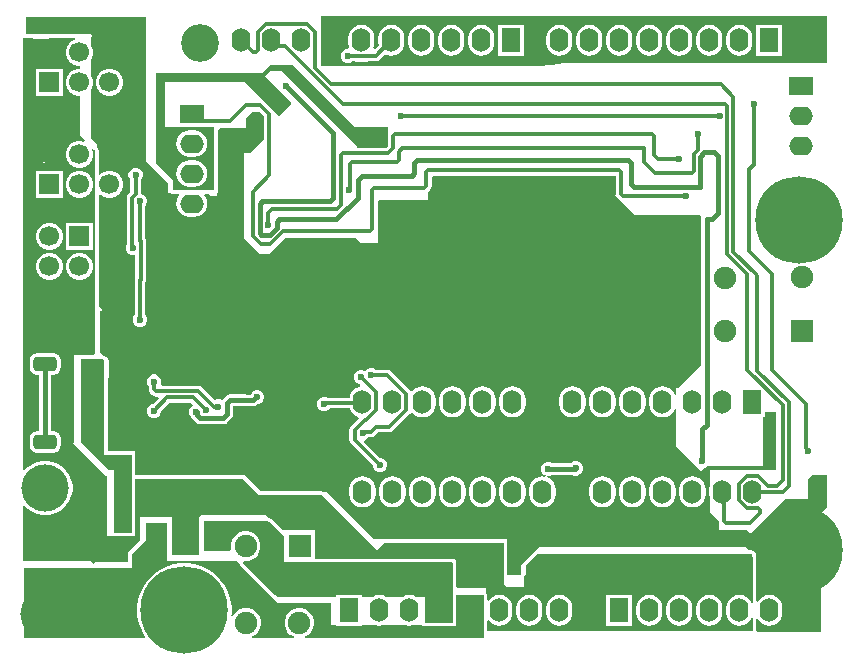
<source format=gbl>
G04*
G04 #@! TF.GenerationSoftware,Altium Limited,Altium Designer,22.1.2 (22)*
G04*
G04 Layer_Physical_Order=2*
G04 Layer_Color=16711680*
%FSLAX25Y25*%
%MOIN*%
G70*
G04*
G04 #@! TF.SameCoordinates,CB3FAF70-DFB5-4037-BA8D-DCE23A76FFA9*
G04*
G04*
G04 #@! TF.FilePolarity,Positive*
G04*
G01*
G75*
%ADD12C,0.01575*%
%ADD16R,0.07480X0.07480*%
%ADD61C,0.07480*%
%ADD62R,0.07480X0.07480*%
%ADD69C,0.01181*%
%ADD70O,0.06299X0.07874*%
%ADD71R,0.06299X0.07874*%
%ADD72C,0.12598*%
%ADD73O,0.07874X0.06299*%
%ADD74R,0.07874X0.06299*%
%ADD75C,0.06693*%
%ADD76R,0.06693X0.06693*%
G04:AMPARAMS|DCode=77|XSize=78.74mil|YSize=47.24mil|CornerRadius=11.81mil|HoleSize=0mil|Usage=FLASHONLY|Rotation=0.000|XOffset=0mil|YOffset=0mil|HoleType=Round|Shape=RoundedRectangle|*
%AMROUNDEDRECTD77*
21,1,0.07874,0.02362,0,0,0.0*
21,1,0.05512,0.04724,0,0,0.0*
1,1,0.02362,0.02756,-0.01181*
1,1,0.02362,-0.02756,-0.01181*
1,1,0.02362,-0.02756,0.01181*
1,1,0.02362,0.02756,0.01181*
%
%ADD77ROUNDEDRECTD77*%
%ADD78C,0.15748*%
%ADD79C,0.29134*%
%ADD80C,0.02362*%
G36*
X18459Y200274D02*
X18252Y200219D01*
X17220Y199623D01*
X16377Y198780D01*
X15781Y197748D01*
X15473Y196596D01*
Y195404D01*
X15781Y194252D01*
X16377Y193220D01*
X17220Y192377D01*
X18252Y191781D01*
X19404Y191472D01*
X20079D01*
Y190527D01*
X19404D01*
X18252Y190219D01*
X17220Y189623D01*
X16377Y188780D01*
X15781Y187748D01*
X15473Y186596D01*
Y185404D01*
X15781Y184252D01*
X16377Y183220D01*
X17220Y182377D01*
X18252Y181781D01*
X19404Y181473D01*
X20079D01*
Y168504D01*
X21893Y166690D01*
X21623Y166252D01*
X20596Y166527D01*
X19404D01*
X18252Y166219D01*
X17220Y165623D01*
X16377Y164780D01*
X15781Y163748D01*
X15473Y162596D01*
Y161404D01*
X15781Y160252D01*
X16377Y159220D01*
X17220Y158377D01*
X18252Y157781D01*
X19404Y157473D01*
X20596D01*
X21748Y157781D01*
X22780Y158377D01*
X23623Y159220D01*
X24219Y160252D01*
X24528Y161404D01*
Y162596D01*
X24252Y163623D01*
X24690Y163893D01*
X25029Y163554D01*
X25029Y163554D01*
X25113Y163470D01*
X25114Y163463D01*
X25139Y163403D01*
X25139Y163403D01*
X25139Y163403D01*
X25193Y163273D01*
X25197Y163267D01*
X25197Y163149D01*
X25197Y163149D01*
Y155511D01*
Y148489D01*
Y111394D01*
X25197Y111394D01*
X25197Y111394D01*
Y95669D01*
X24803Y95276D01*
X18110D01*
Y66142D01*
X17717Y65748D01*
X28740Y54724D01*
X29134D01*
Y34646D01*
X38583D01*
Y53937D01*
X74410D01*
X79921Y48425D01*
X80686D01*
X80686Y48425D01*
X80686Y48425D01*
X100787D01*
X119291Y29921D01*
X121653Y32283D01*
X161417D01*
Y21654D01*
Y18898D01*
X162598Y17717D01*
X168110D01*
Y21123D01*
X168110Y21123D01*
X168260Y21347D01*
X168271Y21373D01*
X168324Y21453D01*
X168339Y21489D01*
X168898Y22047D01*
Y25069D01*
X170733Y26904D01*
X172569Y28740D01*
X243284D01*
X243284Y28740D01*
X243284Y28740D01*
X244242D01*
X244247Y28735D01*
X244253Y28726D01*
X244266Y28645D01*
X244274Y28623D01*
X244278Y28599D01*
X244278Y28599D01*
X244488Y27269D01*
Y12575D01*
X243988Y12476D01*
X243783Y12971D01*
X243089Y13876D01*
X242184Y14570D01*
X241130Y15007D01*
X240000Y15156D01*
X238870Y15007D01*
X237816Y14570D01*
X236911Y13876D01*
X236217Y12971D01*
X235781Y11918D01*
X235632Y10787D01*
Y9213D01*
X235781Y8082D01*
X236217Y7029D01*
X236911Y6124D01*
X237816Y5430D01*
X238870Y4993D01*
X240000Y4845D01*
X241130Y4993D01*
X242184Y5430D01*
X243089Y6124D01*
X243783Y7029D01*
X243988Y7524D01*
X244488Y7425D01*
Y3150D01*
X155929D01*
Y6583D01*
X156429Y6753D01*
X156911Y6124D01*
X157816Y5430D01*
X158870Y4993D01*
X160000Y4845D01*
X161130Y4993D01*
X162184Y5430D01*
X163089Y6124D01*
X163783Y7029D01*
X164219Y8082D01*
X164368Y9213D01*
Y10787D01*
X164219Y11918D01*
X163783Y12971D01*
X163089Y13876D01*
X162184Y14570D01*
X161130Y15007D01*
X160000Y15156D01*
X158870Y15007D01*
X157816Y14570D01*
X156911Y13876D01*
X156429Y13247D01*
X155929Y13417D01*
Y14961D01*
X155837Y15421D01*
X155576Y15812D01*
X155512Y15855D01*
Y17323D01*
X146063D01*
X145692Y17693D01*
Y20472D01*
Y25866D01*
X145669Y25982D01*
X145669Y26101D01*
X145661Y26120D01*
X145641Y26219D01*
X145604Y26309D01*
X145601Y26326D01*
X145597Y26332D01*
X145597Y26332D01*
X145594Y26340D01*
X145573Y26445D01*
X145507Y26544D01*
X145462Y26653D01*
X145378Y26737D01*
X145312Y26836D01*
X145276Y26860D01*
Y27165D01*
X144695D01*
X144695Y27165D01*
X144577Y27165D01*
X144460Y27189D01*
X144460Y27189D01*
X114985D01*
X114869Y27165D01*
X114750Y27165D01*
X114750Y27165D01*
X107681D01*
X107564Y27189D01*
X107446Y27189D01*
X107446Y27189D01*
X98425D01*
Y36614D01*
X87924D01*
X87924Y36614D01*
X86082Y38456D01*
X84241Y40297D01*
X84169Y40345D01*
X84111Y40409D01*
X84111Y40409D01*
X84081Y40424D01*
X84058Y40447D01*
X83948Y40492D01*
X83850Y40558D01*
X83843Y40560D01*
X83843Y40560D01*
X83641Y40644D01*
X83532Y40665D01*
X83424Y40710D01*
X83415Y40712D01*
X83415Y40712D01*
X83306Y40734D01*
X83265Y40751D01*
X82284Y41732D01*
X60630D01*
X59842Y40945D01*
Y28346D01*
X50787D01*
Y40945D01*
X40945D01*
X40551Y41339D01*
X40157Y40945D01*
Y33465D01*
X36220Y29528D01*
Y28857D01*
X36197Y28740D01*
X36197Y28740D01*
Y25984D01*
X25197D01*
X24803Y25591D01*
X24016Y26378D01*
X1575D01*
X1181Y26772D01*
Y44880D01*
X1227Y44894D01*
X1681Y44962D01*
X2889Y43754D01*
X4372Y42763D01*
X6020Y42080D01*
X7770Y41732D01*
X9553D01*
X11303Y42080D01*
X12951Y42763D01*
X14434Y43754D01*
X15695Y45015D01*
X16686Y46498D01*
X17368Y48146D01*
X17717Y49896D01*
Y51679D01*
X17368Y53429D01*
X16686Y55077D01*
X15695Y56560D01*
X14434Y57821D01*
X12951Y58812D01*
X11303Y59495D01*
X9553Y59842D01*
X7770D01*
X6020Y59495D01*
X4372Y58812D01*
X2889Y57821D01*
X1681Y56613D01*
X1227Y56681D01*
X1181Y56695D01*
Y200787D01*
X4411D01*
X4724Y200394D01*
X4724Y200394D01*
X14961Y200787D01*
X18442D01*
X18459Y200274D01*
D02*
G37*
G36*
X269291Y192520D02*
X180709D01*
X180315Y192126D01*
X173622Y191339D01*
X100614D01*
X100394Y191559D01*
Y208268D01*
X269291D01*
Y192520D01*
D02*
G37*
G36*
X111811Y171260D02*
X122835D01*
Y168242D01*
X122800Y168067D01*
Y164816D01*
X122157Y164173D01*
X112992D01*
X87402Y189764D01*
X83465D01*
X81890Y188189D01*
X90551Y179528D01*
Y178740D01*
X86614Y174803D01*
X75197Y186221D01*
X48425D01*
Y171260D01*
X59865D01*
X60039Y171225D01*
X64961D01*
Y150000D01*
X51181D01*
Y153543D01*
X45669Y159055D01*
Y188976D01*
X80709D01*
X83465Y191732D01*
X91339D01*
X111811Y171260D01*
D02*
G37*
G36*
X42126Y159843D02*
X49606Y152362D01*
Y149213D01*
X50287D01*
X50330Y149148D01*
X50720Y148887D01*
X51181Y148796D01*
X53063D01*
X53310Y148296D01*
X52910Y147775D01*
X52474Y146721D01*
X52325Y145591D01*
X52474Y144460D01*
X52910Y143406D01*
X53604Y142502D01*
X54509Y141808D01*
X55562Y141371D01*
X56693Y141223D01*
X58268D01*
X59398Y141371D01*
X60452Y141808D01*
X61356Y142502D01*
X62051Y143406D01*
X62487Y144460D01*
X62636Y145591D01*
X62487Y146721D01*
X62051Y147775D01*
X61651Y148296D01*
X61897Y148796D01*
X63015D01*
X63779Y148031D01*
X65748D01*
Y149106D01*
X65812Y149148D01*
X66073Y149539D01*
X66165Y150000D01*
Y170102D01*
X66929Y170866D01*
X75590D01*
Y174016D01*
X77559Y175984D01*
X80112D01*
X81513Y174583D01*
Y166946D01*
X77165Y162598D01*
X74803D01*
Y134252D01*
X80315Y128740D01*
X83071D01*
X88583Y134252D01*
X111811Y134252D01*
X113779Y132283D01*
X119685D01*
Y146457D01*
X119848Y146850D01*
X136221D01*
Y149426D01*
X136236Y149436D01*
X136928Y150128D01*
X137319Y150714D01*
X137457Y151406D01*
Y154386D01*
X137922Y154851D01*
X198708D01*
Y148846D01*
X198731Y148731D01*
X198425Y148425D01*
X199147Y147704D01*
X199237Y147569D01*
X200051Y146754D01*
X200186Y146664D01*
X205118Y141732D01*
X227028D01*
X227295Y141232D01*
X227221Y141120D01*
X227068Y140352D01*
Y91635D01*
X219685Y84252D01*
X218898D01*
Y81933D01*
X218398Y81833D01*
X218133Y82472D01*
X217439Y83376D01*
X216534Y84070D01*
X215481Y84507D01*
X214350Y84655D01*
X213220Y84507D01*
X212166Y84070D01*
X211262Y83376D01*
X210567Y82472D01*
X210131Y81418D01*
X209982Y80287D01*
Y78713D01*
X210131Y77582D01*
X210567Y76529D01*
X211262Y75624D01*
X212166Y74930D01*
X213220Y74493D01*
X214350Y74344D01*
X215481Y74493D01*
X216534Y74930D01*
X217439Y75624D01*
X218133Y76529D01*
X218398Y77167D01*
X218898Y77067D01*
Y64567D01*
X227165Y56299D01*
X228463Y57596D01*
X228881Y57770D01*
X229379Y58268D01*
X248031D01*
Y74382D01*
X248681D01*
Y75984D01*
X252362D01*
Y56693D01*
X230315D01*
Y51862D01*
X230131Y51418D01*
X229982Y50287D01*
Y48713D01*
X230131Y47582D01*
X230315Y47138D01*
Y42520D01*
X233050Y39785D01*
X233071Y39680D01*
Y36614D01*
X242520D01*
X243701Y35433D01*
X255512Y47244D01*
X262992D01*
Y53937D01*
X264173Y55118D01*
X269291D01*
Y44275D01*
X267323Y42307D01*
Y2756D01*
X246124D01*
X245692Y3150D01*
Y6989D01*
X246192Y7088D01*
X246217Y7029D01*
X246911Y6124D01*
X247816Y5430D01*
X248869Y4993D01*
X250000Y4845D01*
X251131Y4993D01*
X252184Y5430D01*
X253089Y6124D01*
X253783Y7029D01*
X254219Y8082D01*
X254368Y9213D01*
Y10787D01*
X254219Y11918D01*
X253783Y12971D01*
X253089Y13876D01*
X252184Y14570D01*
X251131Y15007D01*
X250000Y15156D01*
X248869Y15007D01*
X247816Y14570D01*
X246911Y13876D01*
X246217Y12971D01*
X246192Y12912D01*
X245692Y13011D01*
Y27269D01*
X245674Y27362D01*
X245678Y27457D01*
X245467Y28787D01*
X245467Y28787D01*
X245463Y28811D01*
X245455Y28833D01*
X245442Y28914D01*
X245409Y29003D01*
X245404Y29040D01*
X245395Y29062D01*
X245381Y29085D01*
X245358Y29199D01*
X245311Y29269D01*
X245280Y29355D01*
X245274Y29364D01*
X245176Y29470D01*
X245096Y29589D01*
X245091Y29594D01*
X245014Y29645D01*
X244955Y29709D01*
X244882Y29743D01*
Y29921D01*
X244358D01*
X244242Y29944D01*
X243284D01*
X243284Y29944D01*
X242126Y31102D01*
X173228D01*
X169882Y27756D01*
X168046Y25920D01*
X168046Y25920D01*
X167323Y25197D01*
Y22122D01*
X167323Y22122D01*
X167269Y22042D01*
X167259Y22016D01*
X167109Y21792D01*
X167080Y21722D01*
X167033Y21661D01*
X167031Y21654D01*
X162622D01*
Y32283D01*
X162598Y32400D01*
Y33858D01*
X118110D01*
X102362Y49606D01*
X100904D01*
X100787Y49630D01*
X100787Y49629D01*
X80686D01*
X80686Y49629D01*
X75197Y55118D01*
X74526D01*
X74410Y55141D01*
X74409Y55141D01*
X38583D01*
Y61788D01*
Y62992D01*
X37124D01*
X37008Y63015D01*
X29551D01*
Y87425D01*
X29551Y87425D01*
X29921Y87795D01*
Y93307D01*
X29551D01*
Y93428D01*
X29526Y93551D01*
X29525Y93675D01*
X29481Y93779D01*
X29459Y93889D01*
X29390Y93993D01*
X29341Y94108D01*
X29261Y94186D01*
X29198Y94280D01*
X29094Y94349D01*
X29005Y94436D01*
X28588Y94709D01*
X28484Y94751D01*
X28390Y94813D01*
X28303Y94831D01*
X28222Y94869D01*
X28222Y94869D01*
X28186Y94871D01*
X28152Y94884D01*
X28040Y94883D01*
X27930Y94905D01*
X26772Y96063D01*
Y109843D01*
X27165D01*
X27559Y110236D01*
X26401Y111394D01*
X26401Y111394D01*
Y148543D01*
X26863Y148734D01*
X27220Y148377D01*
X28252Y147781D01*
X29404Y147473D01*
X30596D01*
X31748Y147781D01*
X32780Y148377D01*
X33623Y149220D01*
X34219Y150252D01*
X34528Y151404D01*
Y152596D01*
X34219Y153748D01*
X33623Y154780D01*
X32780Y155623D01*
X31748Y156219D01*
X30596Y156527D01*
X29404D01*
X28252Y156219D01*
X27220Y155623D01*
X26863Y155266D01*
X26401Y155457D01*
Y163149D01*
X26401Y163149D01*
X26401Y163267D01*
X26378Y163384D01*
X26378Y163503D01*
X26333Y163612D01*
X26309Y163728D01*
X26306Y163734D01*
X26306Y163734D01*
X26252Y163864D01*
X26252Y163864D01*
X26252Y163864D01*
X26227Y163924D01*
X26227Y163924D01*
X26226Y163931D01*
X26165Y164022D01*
X26151Y164055D01*
X26147Y164060D01*
X26114Y164138D01*
X26030Y164222D01*
X25984Y164292D01*
Y165354D01*
X24016Y167323D01*
Y183900D01*
X24219Y184252D01*
X24528Y185404D01*
Y186596D01*
X24219Y187748D01*
X24016Y188100D01*
Y193900D01*
X24219Y194252D01*
X24528Y195404D01*
Y196596D01*
X24219Y197748D01*
X24016Y198100D01*
Y201181D01*
X24409Y201575D01*
X24016Y201969D01*
X18558D01*
X18442Y201992D01*
X14961D01*
X14938Y201987D01*
X14914Y201991D01*
X14336Y201969D01*
X4595D01*
X4547Y201984D01*
X4478Y201978D01*
X4411Y201992D01*
X2362D01*
Y206299D01*
Y207874D01*
X42126D01*
Y159843D01*
D02*
G37*
G36*
X27930Y93701D02*
X28346Y93428D01*
Y87425D01*
X28346Y87425D01*
X28346Y87425D01*
Y63015D01*
Y61811D01*
X37008D01*
X37124Y61788D01*
X37378D01*
Y55141D01*
X37402Y55025D01*
Y54053D01*
X37378Y53937D01*
Y35850D01*
X31496D01*
Y56693D01*
X29921D01*
X20472Y66142D01*
Y93701D01*
X27930D01*
X27930Y93701D01*
D02*
G37*
G36*
X82637Y39732D02*
X82706Y39704D01*
X82804Y39638D01*
X82804D01*
X82804Y39638D01*
X82846Y39621D01*
X82962Y39598D01*
X82962Y39598D01*
X82963Y39598D01*
X83071Y39552D01*
X83180Y39531D01*
X83180Y39531D01*
X83382Y39447D01*
X83389Y39446D01*
X83389Y39446D01*
X85230Y37604D01*
X85230Y37604D01*
X87072Y35763D01*
X87072Y35763D01*
X88189Y34646D01*
Y25984D01*
X107446D01*
X107446Y25984D01*
X107564Y25984D01*
X107681Y25961D01*
X114750D01*
X114750Y25961D01*
X114869Y25961D01*
X114985Y25984D01*
X144037D01*
X144488Y25747D01*
X144488Y25747D01*
Y20472D01*
Y17693D01*
Y15038D01*
X144473Y14961D01*
Y6039D01*
X144463Y6025D01*
X144435Y5958D01*
X144369Y5931D01*
X144354Y5921D01*
X135158D01*
X135152Y5925D01*
X135145Y5928D01*
X135039Y5949D01*
X135039Y5949D01*
Y14567D01*
X132188D01*
X132184Y14570D01*
X131131Y15007D01*
X130000Y15156D01*
X128869Y15007D01*
X127816Y14570D01*
X127812Y14567D01*
X122188D01*
X122184Y14570D01*
X121131Y15007D01*
X120000Y15156D01*
X118869Y15007D01*
X117816Y14570D01*
X117812Y14567D01*
X114331D01*
Y15118D01*
X105669D01*
Y14567D01*
X85955D01*
X85426Y15096D01*
X85327Y15162D01*
X85243Y15246D01*
X84956Y15438D01*
X79628Y20765D01*
X74534Y25860D01*
X74546Y26027D01*
X74801Y26476D01*
X76097D01*
X77348Y26812D01*
X78470Y27460D01*
X79387Y28376D01*
X80035Y29498D01*
X80370Y30750D01*
Y32046D01*
X80035Y33297D01*
X79387Y34419D01*
X78470Y35336D01*
X77348Y35983D01*
X76097Y36319D01*
X74801D01*
X73549Y35983D01*
X72427Y35336D01*
X71511Y34419D01*
X70863Y33297D01*
X70528Y32046D01*
Y30750D01*
X70634Y30355D01*
X70232Y29921D01*
X61417D01*
Y39764D01*
X82606D01*
X82637Y39732D01*
D02*
G37*
G36*
X49213Y26378D02*
X72441D01*
X73191Y25628D01*
X73276Y25501D01*
X73346Y25360D01*
X73405Y25307D01*
X73449Y25241D01*
X84104Y14587D01*
X84203Y14521D01*
X84286Y14437D01*
X84574Y14245D01*
X86221Y12598D01*
X103937D01*
Y5118D01*
X105669D01*
Y4882D01*
X114331D01*
Y5118D01*
X118568D01*
X118869Y4993D01*
X120000Y4845D01*
X121131Y4993D01*
X121432Y5118D01*
X128568D01*
X128869Y4993D01*
X130000Y4845D01*
X131131Y4993D01*
X131432Y5118D01*
X134174D01*
X134188Y5097D01*
X134286Y5031D01*
X134370Y4948D01*
X134379Y4942D01*
X134379Y4942D01*
X134379Y4941D01*
X134489Y4896D01*
X134579Y4836D01*
X134684Y4815D01*
X134692Y4812D01*
X134697Y4808D01*
X134704Y4807D01*
X134813Y4762D01*
X134813D01*
X134813Y4762D01*
X134923Y4740D01*
X135042D01*
X135158Y4717D01*
X144354D01*
X144471Y4740D01*
X144589D01*
X144688Y4760D01*
X144798Y4805D01*
X144815Y4808D01*
X144830Y4818D01*
X145122Y4939D01*
X145454Y5272D01*
X145575Y5564D01*
X145585Y5579D01*
X145589Y5596D01*
X145634Y5706D01*
X145654Y5805D01*
Y5923D01*
X145677Y6039D01*
Y14961D01*
X154724D01*
Y787D01*
X95478D01*
X95230Y1242D01*
X95243Y1287D01*
X96329Y1914D01*
X97245Y2831D01*
X97893Y3953D01*
X98228Y5204D01*
Y6500D01*
X97893Y7752D01*
X97245Y8874D01*
X96329Y9790D01*
X95207Y10438D01*
X93955Y10774D01*
X92659D01*
X91408Y10438D01*
X90285Y9790D01*
X89369Y8874D01*
X88721Y7752D01*
X88386Y6500D01*
Y5204D01*
X88721Y3953D01*
X89369Y2831D01*
X90285Y1914D01*
X91371Y1287D01*
X91384Y1242D01*
X91136Y787D01*
X77762D01*
X77514Y1242D01*
X77526Y1287D01*
X78612Y1914D01*
X79528Y2831D01*
X80176Y3953D01*
X80512Y5204D01*
Y6500D01*
X80176Y7752D01*
X79528Y8874D01*
X78612Y9790D01*
X77490Y10438D01*
X76239Y10774D01*
X74943D01*
X73691Y10438D01*
X72569Y9790D01*
X71653Y8874D01*
X71128Y7966D01*
X70649Y8136D01*
X70748Y8761D01*
Y11239D01*
X70360Y13688D01*
X69594Y16045D01*
X68469Y18254D01*
X67012Y20259D01*
X65259Y22012D01*
X63254Y23469D01*
X61045Y24594D01*
X58688Y25360D01*
X56239Y25748D01*
X53761D01*
X51312Y25360D01*
X48955Y24594D01*
X46746Y23469D01*
X44741Y22012D01*
X42988Y20259D01*
X41531Y18254D01*
X40406Y16045D01*
X39640Y13688D01*
X39252Y11239D01*
Y8761D01*
X39640Y6312D01*
X40406Y3955D01*
X41531Y1746D01*
X41904Y1233D01*
X41677Y787D01*
X1575D01*
Y24150D01*
X2037Y24341D01*
X2362Y24016D01*
X37402D01*
Y28740D01*
X42126Y33465D01*
Y38976D01*
X49213D01*
Y26378D01*
D02*
G37*
%LPC*%
G36*
X14527Y190527D02*
X5472D01*
Y181473D01*
X14527D01*
Y190527D01*
D02*
G37*
G36*
X10000Y164007D02*
X9232Y163854D01*
X8581Y163419D01*
X7602Y162440D01*
X7166Y161789D01*
X7014Y161021D01*
X7166Y160253D01*
X7602Y159601D01*
X8253Y159166D01*
X9021Y159014D01*
X9789Y159166D01*
X10440Y159601D01*
X11419Y160581D01*
X11854Y161232D01*
X12007Y162000D01*
X11854Y162768D01*
X11419Y163419D01*
X10768Y163854D01*
X10000Y164007D01*
D02*
G37*
G36*
X20596Y156527D02*
X19404D01*
X18252Y156219D01*
X17220Y155623D01*
X16377Y154780D01*
X15781Y153748D01*
X15473Y152596D01*
Y151404D01*
X15781Y150252D01*
X16377Y149220D01*
X17220Y148377D01*
X18252Y147781D01*
X19404Y147473D01*
X20596D01*
X21748Y147781D01*
X22780Y148377D01*
X23623Y149220D01*
X24219Y150252D01*
X24528Y151404D01*
Y152596D01*
X24219Y153748D01*
X23623Y154780D01*
X22780Y155623D01*
X21748Y156219D01*
X20596Y156527D01*
D02*
G37*
G36*
X14527D02*
X5472D01*
Y147473D01*
X14527D01*
Y156527D01*
D02*
G37*
G36*
X24528Y139173D02*
X15473D01*
Y130118D01*
X24528D01*
Y139173D01*
D02*
G37*
G36*
X10596D02*
X9404D01*
X8252Y138865D01*
X7220Y138269D01*
X6377Y137426D01*
X5781Y136393D01*
X5472Y135242D01*
Y134050D01*
X5781Y132898D01*
X6377Y131866D01*
X7220Y131023D01*
X8252Y130427D01*
X9404Y130118D01*
X10596D01*
X11748Y130427D01*
X12780Y131023D01*
X13623Y131866D01*
X14219Y132898D01*
X14527Y134050D01*
Y135242D01*
X14219Y136393D01*
X13623Y137426D01*
X12780Y138269D01*
X11748Y138865D01*
X10596Y139173D01*
D02*
G37*
G36*
X20596Y129173D02*
X19404D01*
X18252Y128865D01*
X17220Y128269D01*
X16377Y127426D01*
X15781Y126393D01*
X15473Y125242D01*
Y124050D01*
X15781Y122898D01*
X16377Y121866D01*
X17220Y121023D01*
X18252Y120427D01*
X19404Y120118D01*
X20596D01*
X21748Y120427D01*
X22780Y121023D01*
X23623Y121866D01*
X24219Y122898D01*
X24528Y124050D01*
Y125242D01*
X24219Y126393D01*
X23623Y127426D01*
X22780Y128269D01*
X21748Y128865D01*
X20596Y129173D01*
D02*
G37*
G36*
X10596D02*
X9404D01*
X8252Y128865D01*
X7220Y128269D01*
X6377Y127426D01*
X5781Y126393D01*
X5472Y125242D01*
Y124050D01*
X5781Y122898D01*
X6377Y121866D01*
X7220Y121023D01*
X8252Y120427D01*
X9404Y120118D01*
X10596D01*
X11748Y120427D01*
X12780Y121023D01*
X13623Y121866D01*
X14219Y122898D01*
X14527Y124050D01*
Y125242D01*
X14219Y126393D01*
X13623Y127426D01*
X12780Y128269D01*
X11748Y128865D01*
X10596Y129173D01*
D02*
G37*
G36*
X11415Y95716D02*
X5903D01*
X4982Y95532D01*
X4200Y95010D01*
X3678Y94229D01*
X3495Y93307D01*
Y90945D01*
X3678Y90023D01*
X4200Y89242D01*
X4982Y88720D01*
X5903Y88536D01*
X6652D01*
Y69731D01*
X5903D01*
X4982Y69548D01*
X4200Y69026D01*
X3678Y68244D01*
X3495Y67323D01*
Y64961D01*
X3678Y64039D01*
X4200Y63258D01*
X4982Y62735D01*
X5903Y62552D01*
X11415D01*
X12337Y62735D01*
X13118Y63258D01*
X13641Y64039D01*
X13824Y64961D01*
Y67323D01*
X13641Y68244D01*
X13118Y69026D01*
X12337Y69548D01*
X11415Y69731D01*
X10667D01*
Y88536D01*
X11415D01*
X12337Y88720D01*
X13118Y89242D01*
X13641Y90023D01*
X13824Y90945D01*
Y93307D01*
X13641Y94229D01*
X13118Y95010D01*
X12337Y95532D01*
X11415Y95716D01*
D02*
G37*
G36*
X55748Y38520D02*
X54980Y38367D01*
X54329Y37932D01*
X53894Y37281D01*
X53741Y36513D01*
Y35771D01*
X53659Y35648D01*
X53506Y34880D01*
X53659Y34112D01*
X54094Y33461D01*
X54329Y33226D01*
X54980Y32791D01*
X55748Y32639D01*
X56516Y32791D01*
X57167Y33226D01*
X57602Y33878D01*
X57755Y34646D01*
Y36513D01*
X57602Y37281D01*
X57167Y37932D01*
X56516Y38367D01*
X55748Y38520D01*
D02*
G37*
G36*
X204331Y15118D02*
X195669D01*
Y4882D01*
X204331D01*
Y15118D01*
D02*
G37*
G36*
X230000Y15156D02*
X228870Y15007D01*
X227816Y14570D01*
X226911Y13876D01*
X226217Y12971D01*
X225781Y11918D01*
X225632Y10787D01*
Y9213D01*
X225781Y8082D01*
X226217Y7029D01*
X226911Y6124D01*
X227816Y5430D01*
X228870Y4993D01*
X230000Y4845D01*
X231131Y4993D01*
X232184Y5430D01*
X233089Y6124D01*
X233783Y7029D01*
X234219Y8082D01*
X234368Y9213D01*
Y10787D01*
X234219Y11918D01*
X233783Y12971D01*
X233089Y13876D01*
X232184Y14570D01*
X231131Y15007D01*
X230000Y15156D01*
D02*
G37*
G36*
X220000D02*
X218869Y15007D01*
X217816Y14570D01*
X216911Y13876D01*
X216217Y12971D01*
X215781Y11918D01*
X215632Y10787D01*
Y9213D01*
X215781Y8082D01*
X216217Y7029D01*
X216911Y6124D01*
X217816Y5430D01*
X218869Y4993D01*
X220000Y4845D01*
X221130Y4993D01*
X222184Y5430D01*
X223089Y6124D01*
X223783Y7029D01*
X224219Y8082D01*
X224368Y9213D01*
Y10787D01*
X224219Y11918D01*
X223783Y12971D01*
X223089Y13876D01*
X222184Y14570D01*
X221130Y15007D01*
X220000Y15156D01*
D02*
G37*
G36*
X210000D02*
X208870Y15007D01*
X207816Y14570D01*
X206911Y13876D01*
X206217Y12971D01*
X205781Y11918D01*
X205632Y10787D01*
Y9213D01*
X205781Y8082D01*
X206217Y7029D01*
X206911Y6124D01*
X207816Y5430D01*
X208870Y4993D01*
X210000Y4845D01*
X211130Y4993D01*
X212184Y5430D01*
X213089Y6124D01*
X213783Y7029D01*
X214219Y8082D01*
X214368Y9213D01*
Y10787D01*
X214219Y11918D01*
X213783Y12971D01*
X213089Y13876D01*
X212184Y14570D01*
X211130Y15007D01*
X210000Y15156D01*
D02*
G37*
G36*
X180000D02*
X178869Y15007D01*
X177816Y14570D01*
X176911Y13876D01*
X176217Y12971D01*
X175781Y11918D01*
X175632Y10787D01*
Y9213D01*
X175781Y8082D01*
X176217Y7029D01*
X176911Y6124D01*
X177816Y5430D01*
X178869Y4993D01*
X180000Y4845D01*
X181131Y4993D01*
X182184Y5430D01*
X183089Y6124D01*
X183783Y7029D01*
X184219Y8082D01*
X184368Y9213D01*
Y10787D01*
X184219Y11918D01*
X183783Y12971D01*
X183089Y13876D01*
X182184Y14570D01*
X181131Y15007D01*
X180000Y15156D01*
D02*
G37*
G36*
X170000D02*
X168869Y15007D01*
X167816Y14570D01*
X166911Y13876D01*
X166217Y12971D01*
X165781Y11918D01*
X165632Y10787D01*
Y9213D01*
X165781Y8082D01*
X166217Y7029D01*
X166911Y6124D01*
X167816Y5430D01*
X168869Y4993D01*
X170000Y4845D01*
X171131Y4993D01*
X172184Y5430D01*
X173089Y6124D01*
X173783Y7029D01*
X174219Y8082D01*
X174368Y9213D01*
Y10787D01*
X174219Y11918D01*
X173783Y12971D01*
X173089Y13876D01*
X172184Y14570D01*
X171131Y15007D01*
X170000Y15156D01*
D02*
G37*
G36*
X124000Y205155D02*
X122870Y205007D01*
X121816Y204570D01*
X120911Y203876D01*
X120217Y202971D01*
X119781Y201918D01*
X119632Y200787D01*
Y199213D01*
X119751Y198306D01*
X118462Y197016D01*
X118330Y197043D01*
X118026Y197616D01*
X118219Y198082D01*
X118368Y199213D01*
Y200787D01*
X118219Y201918D01*
X117783Y202971D01*
X117089Y203876D01*
X116184Y204570D01*
X115130Y205007D01*
X114000Y205155D01*
X112870Y205007D01*
X111816Y204570D01*
X110911Y203876D01*
X110217Y202971D01*
X109781Y201918D01*
X109632Y200787D01*
Y199213D01*
X109781Y198082D01*
X109921Y197743D01*
X109587Y197244D01*
X108979D01*
X108111Y196885D01*
X107446Y196220D01*
X107087Y195352D01*
Y194412D01*
X107446Y193544D01*
X108111Y192879D01*
X108979Y192520D01*
X109919D01*
X110787Y192879D01*
X110983Y193076D01*
X111345D01*
X111433Y193016D01*
X112125Y192879D01*
X115875D01*
X116567Y193016D01*
X116656Y193076D01*
X118882D01*
X119573Y193213D01*
X120159Y193605D01*
X121935Y195380D01*
X122870Y194993D01*
X124000Y194844D01*
X125130Y194993D01*
X126184Y195430D01*
X127089Y196124D01*
X127783Y197029D01*
X128219Y198082D01*
X128368Y199213D01*
Y200787D01*
X128219Y201918D01*
X127783Y202971D01*
X127089Y203876D01*
X126184Y204570D01*
X125130Y205007D01*
X124000Y205155D01*
D02*
G37*
G36*
X254331Y205118D02*
X245669D01*
Y194882D01*
X254331D01*
Y205118D01*
D02*
G37*
G36*
X168331D02*
X159669D01*
Y194882D01*
X168331D01*
Y205118D01*
D02*
G37*
G36*
X240000Y205155D02*
X238870Y205007D01*
X237816Y204570D01*
X236911Y203876D01*
X236217Y202971D01*
X235781Y201918D01*
X235632Y200787D01*
Y199213D01*
X235781Y198082D01*
X236217Y197029D01*
X236911Y196124D01*
X237816Y195430D01*
X238870Y194993D01*
X240000Y194844D01*
X241130Y194993D01*
X242184Y195430D01*
X243089Y196124D01*
X243783Y197029D01*
X244219Y198082D01*
X244368Y199213D01*
Y200787D01*
X244219Y201918D01*
X243783Y202971D01*
X243089Y203876D01*
X242184Y204570D01*
X241130Y205007D01*
X240000Y205155D01*
D02*
G37*
G36*
X230000D02*
X228870Y205007D01*
X227816Y204570D01*
X226911Y203876D01*
X226217Y202971D01*
X225781Y201918D01*
X225632Y200787D01*
Y199213D01*
X225781Y198082D01*
X226217Y197029D01*
X226911Y196124D01*
X227816Y195430D01*
X228870Y194993D01*
X230000Y194844D01*
X231131Y194993D01*
X232184Y195430D01*
X233089Y196124D01*
X233783Y197029D01*
X234219Y198082D01*
X234368Y199213D01*
Y200787D01*
X234219Y201918D01*
X233783Y202971D01*
X233089Y203876D01*
X232184Y204570D01*
X231131Y205007D01*
X230000Y205155D01*
D02*
G37*
G36*
X220000D02*
X218869Y205007D01*
X217816Y204570D01*
X216911Y203876D01*
X216217Y202971D01*
X215781Y201918D01*
X215632Y200787D01*
Y199213D01*
X215781Y198082D01*
X216217Y197029D01*
X216911Y196124D01*
X217816Y195430D01*
X218869Y194993D01*
X220000Y194844D01*
X221130Y194993D01*
X222184Y195430D01*
X223089Y196124D01*
X223783Y197029D01*
X224219Y198082D01*
X224368Y199213D01*
Y200787D01*
X224219Y201918D01*
X223783Y202971D01*
X223089Y203876D01*
X222184Y204570D01*
X221130Y205007D01*
X220000Y205155D01*
D02*
G37*
G36*
X210000D02*
X208870Y205007D01*
X207816Y204570D01*
X206911Y203876D01*
X206217Y202971D01*
X205781Y201918D01*
X205632Y200787D01*
Y199213D01*
X205781Y198082D01*
X206217Y197029D01*
X206911Y196124D01*
X207816Y195430D01*
X208870Y194993D01*
X210000Y194844D01*
X211130Y194993D01*
X212184Y195430D01*
X213089Y196124D01*
X213783Y197029D01*
X214219Y198082D01*
X214368Y199213D01*
Y200787D01*
X214219Y201918D01*
X213783Y202971D01*
X213089Y203876D01*
X212184Y204570D01*
X211130Y205007D01*
X210000Y205155D01*
D02*
G37*
G36*
X200000D02*
X198870Y205007D01*
X197816Y204570D01*
X196911Y203876D01*
X196217Y202971D01*
X195781Y201918D01*
X195632Y200787D01*
Y199213D01*
X195781Y198082D01*
X196217Y197029D01*
X196911Y196124D01*
X197816Y195430D01*
X198870Y194993D01*
X200000Y194844D01*
X201131Y194993D01*
X202184Y195430D01*
X203089Y196124D01*
X203783Y197029D01*
X204219Y198082D01*
X204368Y199213D01*
Y200787D01*
X204219Y201918D01*
X203783Y202971D01*
X203089Y203876D01*
X202184Y204570D01*
X201131Y205007D01*
X200000Y205155D01*
D02*
G37*
G36*
X190000D02*
X188870Y205007D01*
X187816Y204570D01*
X186911Y203876D01*
X186217Y202971D01*
X185781Y201918D01*
X185632Y200787D01*
Y199213D01*
X185781Y198082D01*
X186217Y197029D01*
X186911Y196124D01*
X187816Y195430D01*
X188870Y194993D01*
X190000Y194844D01*
X191130Y194993D01*
X192184Y195430D01*
X193089Y196124D01*
X193783Y197029D01*
X194219Y198082D01*
X194368Y199213D01*
Y200787D01*
X194219Y201918D01*
X193783Y202971D01*
X193089Y203876D01*
X192184Y204570D01*
X191130Y205007D01*
X190000Y205155D01*
D02*
G37*
G36*
X180000D02*
X178869Y205007D01*
X177816Y204570D01*
X176911Y203876D01*
X176217Y202971D01*
X175781Y201918D01*
X175632Y200787D01*
Y199213D01*
X175781Y198082D01*
X176217Y197029D01*
X176911Y196124D01*
X177816Y195430D01*
X178869Y194993D01*
X180000Y194844D01*
X181131Y194993D01*
X182184Y195430D01*
X183089Y196124D01*
X183783Y197029D01*
X184219Y198082D01*
X184368Y199213D01*
Y200787D01*
X184219Y201918D01*
X183783Y202971D01*
X183089Y203876D01*
X182184Y204570D01*
X181131Y205007D01*
X180000Y205155D01*
D02*
G37*
G36*
X154000D02*
X152869Y205007D01*
X151816Y204570D01*
X150911Y203876D01*
X150217Y202971D01*
X149781Y201918D01*
X149632Y200787D01*
Y199213D01*
X149781Y198082D01*
X150217Y197029D01*
X150911Y196124D01*
X151816Y195430D01*
X152869Y194993D01*
X154000Y194844D01*
X155131Y194993D01*
X156184Y195430D01*
X157089Y196124D01*
X157783Y197029D01*
X158219Y198082D01*
X158368Y199213D01*
Y200787D01*
X158219Y201918D01*
X157783Y202971D01*
X157089Y203876D01*
X156184Y204570D01*
X155131Y205007D01*
X154000Y205155D01*
D02*
G37*
G36*
X144000D02*
X142869Y205007D01*
X141816Y204570D01*
X140911Y203876D01*
X140217Y202971D01*
X139781Y201918D01*
X139632Y200787D01*
Y199213D01*
X139781Y198082D01*
X140217Y197029D01*
X140911Y196124D01*
X141816Y195430D01*
X142869Y194993D01*
X144000Y194844D01*
X145131Y194993D01*
X146184Y195430D01*
X147089Y196124D01*
X147783Y197029D01*
X148219Y198082D01*
X148368Y199213D01*
Y200787D01*
X148219Y201918D01*
X147783Y202971D01*
X147089Y203876D01*
X146184Y204570D01*
X145131Y205007D01*
X144000Y205155D01*
D02*
G37*
G36*
X134000D02*
X132870Y205007D01*
X131816Y204570D01*
X130911Y203876D01*
X130217Y202971D01*
X129781Y201918D01*
X129632Y200787D01*
Y199213D01*
X129781Y198082D01*
X130217Y197029D01*
X130911Y196124D01*
X131816Y195430D01*
X132870Y194993D01*
X134000Y194844D01*
X135131Y194993D01*
X136184Y195430D01*
X137089Y196124D01*
X137783Y197029D01*
X138219Y198082D01*
X138368Y199213D01*
Y200787D01*
X138219Y201918D01*
X137783Y202971D01*
X137089Y203876D01*
X136184Y204570D01*
X135131Y205007D01*
X134000Y205155D01*
D02*
G37*
G36*
X58268Y169959D02*
X56693D01*
X55562Y169810D01*
X54509Y169373D01*
X53604Y168679D01*
X52910Y167775D01*
X52474Y166721D01*
X52325Y165591D01*
X52474Y164460D01*
X52910Y163407D01*
X53604Y162502D01*
X54509Y161808D01*
X55562Y161371D01*
X56693Y161223D01*
X58268D01*
X59398Y161371D01*
X60452Y161808D01*
X61356Y162502D01*
X62051Y163407D01*
X62487Y164460D01*
X62636Y165591D01*
X62487Y166721D01*
X62051Y167775D01*
X61356Y168679D01*
X60452Y169373D01*
X59398Y169810D01*
X58268Y169959D01*
D02*
G37*
G36*
Y159959D02*
X56693D01*
X55562Y159810D01*
X54509Y159373D01*
X53604Y158679D01*
X52910Y157775D01*
X52474Y156721D01*
X52325Y155591D01*
X52474Y154460D01*
X52910Y153407D01*
X53604Y152502D01*
X54509Y151808D01*
X55562Y151371D01*
X56693Y151223D01*
X58268D01*
X59398Y151371D01*
X60452Y151808D01*
X61356Y152502D01*
X62051Y153407D01*
X62487Y154460D01*
X62636Y155591D01*
X62487Y156721D01*
X62051Y157775D01*
X61356Y158679D01*
X60452Y159373D01*
X59398Y159810D01*
X58268Y159959D01*
D02*
G37*
G36*
X30596Y190527D02*
X29404D01*
X28252Y190219D01*
X27220Y189623D01*
X26377Y188780D01*
X25781Y187748D01*
X25473Y186596D01*
Y185404D01*
X25781Y184252D01*
X26377Y183220D01*
X27220Y182377D01*
X28252Y181781D01*
X29404Y181473D01*
X30596D01*
X31748Y181781D01*
X32780Y182377D01*
X33623Y183220D01*
X34219Y184252D01*
X34528Y185404D01*
Y186596D01*
X34219Y187748D01*
X33623Y188780D01*
X32780Y189623D01*
X31748Y190219D01*
X30596Y190527D01*
D02*
G37*
G36*
X39191Y157573D02*
X38251D01*
X37383Y157214D01*
X36719Y156549D01*
X36359Y155681D01*
Y154741D01*
X36719Y153873D01*
X36915Y153677D01*
Y149364D01*
X36312Y148761D01*
X35921Y148175D01*
X35783Y147484D01*
Y132089D01*
X35475Y131344D01*
Y130404D01*
X35834Y129536D01*
X36499Y128871D01*
X37367Y128512D01*
X38307D01*
X38590Y128323D01*
Y120819D01*
X38517Y120710D01*
X38379Y120019D01*
Y108476D01*
X38183Y108279D01*
X37824Y107411D01*
Y106472D01*
X38183Y105603D01*
X38848Y104939D01*
X39716Y104579D01*
X40656D01*
X41524Y104939D01*
X42188Y105603D01*
X42548Y106472D01*
Y107411D01*
X42188Y108279D01*
X41992Y108476D01*
Y119429D01*
X42065Y119537D01*
X42202Y120229D01*
Y132967D01*
X42065Y133658D01*
X41992Y133767D01*
Y144927D01*
X42188Y145123D01*
X42548Y145991D01*
Y146931D01*
X42188Y147799D01*
X41524Y148464D01*
X40656Y148823D01*
X40528D01*
Y153677D01*
X40724Y153873D01*
X41083Y154741D01*
Y155681D01*
X40724Y156549D01*
X40059Y157214D01*
X39191Y157573D01*
D02*
G37*
G36*
X117768Y90733D02*
X116828D01*
X115960Y90374D01*
X115295Y89709D01*
X114798Y89815D01*
X114344Y90003D01*
X113405D01*
X112536Y89643D01*
X111872Y88979D01*
X111512Y88111D01*
Y87171D01*
X111872Y86303D01*
X112536Y85638D01*
X113405Y85279D01*
X113497D01*
X113663Y85069D01*
X113447Y84537D01*
X113220Y84507D01*
X112166Y84070D01*
X111262Y83376D01*
X110567Y82472D01*
X110131Y81418D01*
X110067Y80932D01*
X102955D01*
X102159Y81262D01*
X101219D01*
X100351Y80903D01*
X99686Y80238D01*
X99327Y79370D01*
Y78430D01*
X99686Y77562D01*
X100351Y76897D01*
X101219Y76538D01*
X102159D01*
X103027Y76897D01*
X103449Y77320D01*
X110240D01*
X110567Y76529D01*
X111262Y75624D01*
X112166Y74930D01*
X113036Y74570D01*
X113205Y74031D01*
X110545Y71372D01*
X110154Y70786D01*
X110016Y70095D01*
Y66816D01*
X110154Y66125D01*
X110545Y65539D01*
X117713Y58371D01*
Y58094D01*
X118073Y57226D01*
X118737Y56561D01*
X119605Y56202D01*
X120545D01*
X121413Y56561D01*
X122078Y57226D01*
X122437Y58094D01*
Y59034D01*
X122078Y59902D01*
X121413Y60566D01*
X120545Y60926D01*
X120268D01*
X114983Y66211D01*
X115118Y66783D01*
X115720Y67032D01*
X116358Y67670D01*
X117129D01*
X117820Y67808D01*
X118406Y68199D01*
X119634Y69427D01*
X123274D01*
X123965Y69564D01*
X124551Y69956D01*
X130155Y75560D01*
X130400Y75926D01*
X130985Y75984D01*
X131262Y75624D01*
X132166Y74930D01*
X133220Y74493D01*
X134350Y74344D01*
X135481Y74493D01*
X136534Y74930D01*
X137439Y75624D01*
X138133Y76529D01*
X138570Y77582D01*
X138718Y78713D01*
Y80287D01*
X138570Y81418D01*
X138133Y82472D01*
X137439Y83376D01*
X136534Y84070D01*
X135481Y84507D01*
X134350Y84655D01*
X133220Y84507D01*
X132166Y84070D01*
X131262Y83376D01*
X130985Y83016D01*
X130400Y83074D01*
X130155Y83440D01*
X123947Y89649D01*
X123361Y90040D01*
X122669Y90178D01*
X118832D01*
X118636Y90374D01*
X117768Y90733D01*
D02*
G37*
G36*
X174810Y81967D02*
X174042Y81814D01*
X173391Y81379D01*
X172931Y80919D01*
X172496Y80268D01*
X172343Y79500D01*
X172496Y78732D01*
X172931Y78081D01*
X173582Y77646D01*
X174350Y77493D01*
X175119Y77646D01*
X175770Y78081D01*
X176229Y78540D01*
X176664Y79191D01*
X176817Y79960D01*
X176664Y80728D01*
X176229Y81379D01*
X175578Y81814D01*
X174810Y81967D01*
D02*
G37*
G36*
X204350Y84655D02*
X203220Y84507D01*
X202166Y84070D01*
X201262Y83376D01*
X200568Y82472D01*
X200131Y81418D01*
X199982Y80287D01*
Y78713D01*
X200131Y77582D01*
X200568Y76529D01*
X201262Y75624D01*
X202166Y74930D01*
X203220Y74493D01*
X204350Y74344D01*
X205481Y74493D01*
X206534Y74930D01*
X207439Y75624D01*
X208133Y76529D01*
X208570Y77582D01*
X208718Y78713D01*
Y80287D01*
X208570Y81418D01*
X208133Y82472D01*
X207439Y83376D01*
X206534Y84070D01*
X205481Y84507D01*
X204350Y84655D01*
D02*
G37*
G36*
X194350D02*
X193220Y84507D01*
X192166Y84070D01*
X191262Y83376D01*
X190568Y82472D01*
X190131Y81418D01*
X189982Y80287D01*
Y78713D01*
X190131Y77582D01*
X190568Y76529D01*
X191262Y75624D01*
X192166Y74930D01*
X193220Y74493D01*
X194350Y74344D01*
X195481Y74493D01*
X196534Y74930D01*
X197439Y75624D01*
X198133Y76529D01*
X198570Y77582D01*
X198719Y78713D01*
Y80287D01*
X198570Y81418D01*
X198133Y82472D01*
X197439Y83376D01*
X196534Y84070D01*
X195481Y84507D01*
X194350Y84655D01*
D02*
G37*
G36*
X184350D02*
X183220Y84507D01*
X182166Y84070D01*
X181262Y83376D01*
X180568Y82472D01*
X180131Y81418D01*
X179982Y80287D01*
Y78713D01*
X180131Y77582D01*
X180568Y76529D01*
X181262Y75624D01*
X182166Y74930D01*
X183220Y74493D01*
X184350Y74344D01*
X185481Y74493D01*
X186534Y74930D01*
X187439Y75624D01*
X188133Y76529D01*
X188570Y77582D01*
X188718Y78713D01*
Y80287D01*
X188570Y81418D01*
X188133Y82472D01*
X187439Y83376D01*
X186534Y84070D01*
X185481Y84507D01*
X184350Y84655D01*
D02*
G37*
G36*
X164350D02*
X163220Y84507D01*
X162166Y84070D01*
X161262Y83376D01*
X160567Y82472D01*
X160131Y81418D01*
X159982Y80287D01*
Y78713D01*
X160131Y77582D01*
X160567Y76529D01*
X161262Y75624D01*
X162166Y74930D01*
X163220Y74493D01*
X164350Y74344D01*
X165481Y74493D01*
X166534Y74930D01*
X167439Y75624D01*
X168133Y76529D01*
X168570Y77582D01*
X168719Y78713D01*
Y80287D01*
X168570Y81418D01*
X168133Y82472D01*
X167439Y83376D01*
X166534Y84070D01*
X165481Y84507D01*
X164350Y84655D01*
D02*
G37*
G36*
X154350D02*
X153220Y84507D01*
X152166Y84070D01*
X151262Y83376D01*
X150567Y82472D01*
X150131Y81418D01*
X149982Y80287D01*
Y78713D01*
X150131Y77582D01*
X150567Y76529D01*
X151262Y75624D01*
X152166Y74930D01*
X153220Y74493D01*
X154350Y74344D01*
X155481Y74493D01*
X156534Y74930D01*
X157439Y75624D01*
X158133Y76529D01*
X158570Y77582D01*
X158719Y78713D01*
Y80287D01*
X158570Y81418D01*
X158133Y82472D01*
X157439Y83376D01*
X156534Y84070D01*
X155481Y84507D01*
X154350Y84655D01*
D02*
G37*
G36*
X144350D02*
X143220Y84507D01*
X142166Y84070D01*
X141262Y83376D01*
X140568Y82472D01*
X140131Y81418D01*
X139982Y80287D01*
Y78713D01*
X140131Y77582D01*
X140568Y76529D01*
X141262Y75624D01*
X142166Y74930D01*
X143220Y74493D01*
X144350Y74344D01*
X145481Y74493D01*
X146534Y74930D01*
X147439Y75624D01*
X148133Y76529D01*
X148570Y77582D01*
X148719Y78713D01*
Y80287D01*
X148570Y81418D01*
X148133Y82472D01*
X147439Y83376D01*
X146534Y84070D01*
X145481Y84507D01*
X144350Y84655D01*
D02*
G37*
G36*
X45355Y88633D02*
X44415D01*
X43547Y88273D01*
X42882Y87609D01*
X42522Y86740D01*
Y85801D01*
X42882Y84932D01*
X43078Y84736D01*
Y83737D01*
X43216Y83046D01*
X43607Y82459D01*
X44299Y81768D01*
X44885Y81376D01*
X45577Y81239D01*
X46262D01*
X46453Y80777D01*
X44594Y78917D01*
X44316D01*
X43448Y78557D01*
X42783Y77892D01*
X42424Y77024D01*
Y76085D01*
X42783Y75216D01*
X43448Y74552D01*
X44316Y74192D01*
X45256D01*
X46124Y74552D01*
X46788Y75216D01*
X47148Y76085D01*
Y76362D01*
X50035Y79249D01*
X57051D01*
X57731Y78570D01*
X57654Y78184D01*
X56990Y77519D01*
X56630Y76651D01*
Y75711D01*
X56990Y74843D01*
X57221Y74611D01*
X57288Y74274D01*
X57724Y73623D01*
X58741Y72605D01*
X59392Y72170D01*
X60161Y72017D01*
X67937D01*
X68705Y72170D01*
X69356Y72605D01*
X70702Y73951D01*
X71137Y74602D01*
X71290Y75370D01*
Y78070D01*
X77927D01*
X78695Y78223D01*
X79346Y78658D01*
X79439Y78750D01*
X79646D01*
X80514Y79110D01*
X81178Y79774D01*
X81538Y80643D01*
Y81582D01*
X81178Y82451D01*
X80514Y83115D01*
X79646Y83475D01*
X78706D01*
X77838Y83115D01*
X77173Y82451D01*
X77021Y82084D01*
X70205D01*
X69437Y81931D01*
X68786Y81496D01*
X67864Y80573D01*
X67490Y80015D01*
X66808Y80298D01*
X65869D01*
X65245Y80039D01*
X60962Y84322D01*
X60376Y84714D01*
X59685Y84851D01*
X47395D01*
X47061Y85351D01*
X47247Y85801D01*
Y86740D01*
X46887Y87609D01*
X46223Y88273D01*
X45355Y88633D01*
D02*
G37*
G36*
X185878Y59659D02*
X184938D01*
X184070Y59299D01*
X184012Y59242D01*
X177607D01*
X176749Y59597D01*
X175810D01*
X174942Y59237D01*
X174277Y58573D01*
X173917Y57705D01*
Y56765D01*
X174277Y55897D01*
X174942Y55232D01*
X175374Y55053D01*
X175473Y55012D01*
X175342Y54525D01*
X175229Y54540D01*
X174350Y54655D01*
X173220Y54507D01*
X172166Y54070D01*
X171262Y53376D01*
X170568Y52472D01*
X170131Y51418D01*
X169982Y50287D01*
Y48713D01*
X170131Y47582D01*
X170568Y46529D01*
X171262Y45624D01*
X172166Y44930D01*
X173220Y44493D01*
X174350Y44344D01*
X175481Y44493D01*
X176534Y44930D01*
X177439Y45624D01*
X178133Y46529D01*
X178570Y47582D01*
X178718Y48713D01*
Y50287D01*
X178570Y51418D01*
X178133Y52472D01*
X177439Y53376D01*
X176534Y54070D01*
X175807Y54372D01*
X175713Y54410D01*
X175810Y54872D01*
X175953Y54873D01*
X176749D01*
X177607Y55228D01*
X184230D01*
X184938Y54934D01*
X185878D01*
X186746Y55294D01*
X187410Y55958D01*
X187770Y56827D01*
Y57766D01*
X187410Y58635D01*
X186746Y59299D01*
X185878Y59659D01*
D02*
G37*
G36*
X184350Y51507D02*
X183582Y51354D01*
X182931Y50919D01*
X182496Y50268D01*
X182343Y49500D01*
X182496Y48732D01*
X182931Y48081D01*
X183835Y47177D01*
X184486Y46742D01*
X185254Y46589D01*
X186022Y46742D01*
X186674Y47177D01*
X187109Y47828D01*
X187261Y48596D01*
X187109Y49364D01*
X186674Y50015D01*
X185770Y50919D01*
X185118Y51354D01*
X184350Y51507D01*
D02*
G37*
G36*
X224350Y54655D02*
X223220Y54507D01*
X222166Y54070D01*
X221262Y53376D01*
X220567Y52472D01*
X220131Y51418D01*
X219982Y50287D01*
Y48713D01*
X220131Y47582D01*
X220567Y46529D01*
X221262Y45624D01*
X222166Y44930D01*
X223220Y44493D01*
X224350Y44344D01*
X225481Y44493D01*
X226534Y44930D01*
X227439Y45624D01*
X228133Y46529D01*
X228570Y47582D01*
X228718Y48713D01*
Y50287D01*
X228570Y51418D01*
X228133Y52472D01*
X227439Y53376D01*
X226534Y54070D01*
X225481Y54507D01*
X224350Y54655D01*
D02*
G37*
G36*
X214350D02*
X213220Y54507D01*
X212166Y54070D01*
X211262Y53376D01*
X210567Y52472D01*
X210131Y51418D01*
X209982Y50287D01*
Y48713D01*
X210131Y47582D01*
X210567Y46529D01*
X211262Y45624D01*
X212166Y44930D01*
X213220Y44493D01*
X214350Y44344D01*
X215481Y44493D01*
X216534Y44930D01*
X217439Y45624D01*
X218133Y46529D01*
X218570Y47582D01*
X218719Y48713D01*
Y50287D01*
X218570Y51418D01*
X218133Y52472D01*
X217439Y53376D01*
X216534Y54070D01*
X215481Y54507D01*
X214350Y54655D01*
D02*
G37*
G36*
X204350D02*
X203220Y54507D01*
X202166Y54070D01*
X201262Y53376D01*
X200568Y52472D01*
X200131Y51418D01*
X199982Y50287D01*
Y48713D01*
X200131Y47582D01*
X200568Y46529D01*
X201262Y45624D01*
X202166Y44930D01*
X203220Y44493D01*
X204350Y44344D01*
X205481Y44493D01*
X206534Y44930D01*
X207439Y45624D01*
X208133Y46529D01*
X208570Y47582D01*
X208718Y48713D01*
Y50287D01*
X208570Y51418D01*
X208133Y52472D01*
X207439Y53376D01*
X206534Y54070D01*
X205481Y54507D01*
X204350Y54655D01*
D02*
G37*
G36*
X194350D02*
X193220Y54507D01*
X192166Y54070D01*
X191262Y53376D01*
X190568Y52472D01*
X190131Y51418D01*
X189982Y50287D01*
Y48713D01*
X190131Y47582D01*
X190568Y46529D01*
X191262Y45624D01*
X192166Y44930D01*
X193220Y44493D01*
X194350Y44344D01*
X195481Y44493D01*
X196534Y44930D01*
X197439Y45624D01*
X198133Y46529D01*
X198570Y47582D01*
X198719Y48713D01*
Y50287D01*
X198570Y51418D01*
X198133Y52472D01*
X197439Y53376D01*
X196534Y54070D01*
X195481Y54507D01*
X194350Y54655D01*
D02*
G37*
G36*
X164350D02*
X163220Y54507D01*
X162166Y54070D01*
X161262Y53376D01*
X160567Y52472D01*
X160131Y51418D01*
X159982Y50287D01*
Y48713D01*
X160131Y47582D01*
X160567Y46529D01*
X161262Y45624D01*
X162166Y44930D01*
X163220Y44493D01*
X164350Y44344D01*
X165481Y44493D01*
X166534Y44930D01*
X167439Y45624D01*
X168133Y46529D01*
X168570Y47582D01*
X168719Y48713D01*
Y50287D01*
X168570Y51418D01*
X168133Y52472D01*
X167439Y53376D01*
X166534Y54070D01*
X165481Y54507D01*
X164350Y54655D01*
D02*
G37*
G36*
X154350D02*
X153220Y54507D01*
X152166Y54070D01*
X151262Y53376D01*
X150567Y52472D01*
X150131Y51418D01*
X149982Y50287D01*
Y48713D01*
X150131Y47582D01*
X150567Y46529D01*
X151262Y45624D01*
X152166Y44930D01*
X153220Y44493D01*
X154350Y44344D01*
X155481Y44493D01*
X156534Y44930D01*
X157439Y45624D01*
X158133Y46529D01*
X158570Y47582D01*
X158719Y48713D01*
Y50287D01*
X158570Y51418D01*
X158133Y52472D01*
X157439Y53376D01*
X156534Y54070D01*
X155481Y54507D01*
X154350Y54655D01*
D02*
G37*
G36*
X144350D02*
X143220Y54507D01*
X142166Y54070D01*
X141262Y53376D01*
X140568Y52472D01*
X140131Y51418D01*
X139982Y50287D01*
Y48713D01*
X140131Y47582D01*
X140568Y46529D01*
X141262Y45624D01*
X142166Y44930D01*
X143220Y44493D01*
X144350Y44344D01*
X145481Y44493D01*
X146534Y44930D01*
X147439Y45624D01*
X148133Y46529D01*
X148570Y47582D01*
X148719Y48713D01*
Y50287D01*
X148570Y51418D01*
X148133Y52472D01*
X147439Y53376D01*
X146534Y54070D01*
X145481Y54507D01*
X144350Y54655D01*
D02*
G37*
G36*
X134350D02*
X133220Y54507D01*
X132166Y54070D01*
X131262Y53376D01*
X130568Y52472D01*
X130131Y51418D01*
X129982Y50287D01*
Y48713D01*
X130131Y47582D01*
X130568Y46529D01*
X131262Y45624D01*
X132166Y44930D01*
X133220Y44493D01*
X134350Y44344D01*
X135481Y44493D01*
X136534Y44930D01*
X137439Y45624D01*
X138133Y46529D01*
X138570Y47582D01*
X138718Y48713D01*
Y50287D01*
X138570Y51418D01*
X138133Y52472D01*
X137439Y53376D01*
X136534Y54070D01*
X135481Y54507D01*
X134350Y54655D01*
D02*
G37*
G36*
X124350D02*
X123220Y54507D01*
X122166Y54070D01*
X121262Y53376D01*
X120568Y52472D01*
X120131Y51418D01*
X119982Y50287D01*
Y48713D01*
X120131Y47582D01*
X120568Y46529D01*
X121262Y45624D01*
X122166Y44930D01*
X123220Y44493D01*
X124350Y44344D01*
X125481Y44493D01*
X126534Y44930D01*
X127439Y45624D01*
X128133Y46529D01*
X128570Y47582D01*
X128718Y48713D01*
Y50287D01*
X128570Y51418D01*
X128133Y52472D01*
X127439Y53376D01*
X126534Y54070D01*
X125481Y54507D01*
X124350Y54655D01*
D02*
G37*
G36*
X114350D02*
X113220Y54507D01*
X112166Y54070D01*
X111262Y53376D01*
X110567Y52472D01*
X110131Y51418D01*
X109982Y50287D01*
Y48713D01*
X110131Y47582D01*
X110567Y46529D01*
X111262Y45624D01*
X112166Y44930D01*
X113220Y44493D01*
X114350Y44344D01*
X115481Y44493D01*
X116534Y44930D01*
X117439Y45624D01*
X118133Y46529D01*
X118570Y47582D01*
X118719Y48713D01*
Y50287D01*
X118570Y51418D01*
X118133Y52472D01*
X117439Y53376D01*
X116534Y54070D01*
X115481Y54507D01*
X114350Y54655D01*
D02*
G37*
G36*
X260000Y39465D02*
X259232Y39312D01*
X258581Y38877D01*
X258146Y38225D01*
X257993Y37457D01*
Y35499D01*
X257531Y35307D01*
X257077Y35761D01*
X256426Y36197D01*
X255658Y36349D01*
X254890Y36197D01*
X254239Y35761D01*
X253803Y35110D01*
X253651Y34342D01*
X253803Y33574D01*
X254239Y32923D01*
X258581Y28581D01*
X259232Y28146D01*
X260000Y27993D01*
X260768Y28146D01*
X261419Y28581D01*
X261854Y29232D01*
X262007Y30000D01*
Y37457D01*
X261854Y38225D01*
X261419Y38877D01*
X260768Y39312D01*
X260000Y39465D01*
D02*
G37*
%LPD*%
D12*
X80050Y135611D02*
Y145607D01*
Y135611D02*
X80560Y135100D01*
X83409D01*
X105605Y140360D02*
X112748Y147503D01*
Y153292D01*
X226940Y151198D02*
Y161242D01*
X204838Y151198D02*
X226940D01*
Y161242D02*
X228312Y162613D01*
X231622D02*
X232949Y161287D01*
X230820Y140352D02*
X232949Y142481D01*
X228312Y162613D02*
X231622D01*
X232949Y142481D02*
Y161287D01*
X104494Y147452D02*
Y169128D01*
X88976Y184646D02*
X104494Y169128D01*
X55748Y34646D02*
Y36513D01*
X140000Y10000D02*
Y12066D01*
X45748Y33858D02*
Y34646D01*
Y33858D02*
X48110Y31496D01*
X8659Y66142D02*
Y92126D01*
X229075Y71881D02*
Y140352D01*
X230820D01*
X174350Y79500D02*
X174810Y79960D01*
X260000Y30000D02*
Y37457D01*
X255658Y34342D02*
X260000Y30000D01*
X184350Y49500D02*
X185254Y48596D01*
X83409Y135100D02*
X85752Y137444D01*
Y139438D01*
X86675Y140360D02*
X105605D01*
X85752Y139438D02*
X86675Y140360D01*
X103571Y146529D02*
X104494Y147452D01*
X80972Y146529D02*
X103571D01*
X114270Y154815D02*
X130775D01*
X112748Y153292D02*
X114270Y154815D01*
X80050Y145607D02*
X80972Y146529D01*
X69283Y75370D02*
Y79154D01*
X77927Y80077D02*
X78962Y81113D01*
X70205Y80077D02*
X77927D01*
X78962Y81113D02*
X79176D01*
X69283Y79154D02*
X70205Y80077D01*
X9021Y161021D02*
X10000Y162000D01*
X55513Y34880D02*
X55748Y34646D01*
X185346Y57235D02*
X185408Y57297D01*
X176279Y57235D02*
X185346D01*
X67937Y74024D02*
X69283Y75370D01*
X60161Y74024D02*
X67937D01*
X59143Y75042D02*
X60161Y74024D01*
X59143Y75042D02*
Y76030D01*
X58992Y76181D02*
X59143Y76030D01*
X203833Y152202D02*
Y159116D01*
Y152202D02*
X204838Y151198D01*
X227543Y70349D02*
X229075Y71881D01*
X131698Y155737D02*
Y159116D01*
X130775Y154815D02*
X131698Y155737D01*
Y159116D02*
X132620Y160039D01*
X202911D01*
X203833Y159116D01*
X227543Y59772D02*
Y70349D01*
D16*
X93449Y31398D02*
D03*
D61*
X235368Y120901D02*
D03*
Y103184D02*
D03*
X260914Y121043D02*
D03*
X75590Y5852D02*
D03*
X93307D02*
D03*
X75449Y31398D02*
D03*
D62*
X260914Y103042D02*
D03*
D69*
X88381Y198233D02*
X107874Y178740D01*
X236024Y128759D02*
Y178048D01*
X107874Y178740D02*
X235332D01*
X236024Y178048D01*
Y128759D02*
X242665Y122117D01*
X127165Y174803D02*
X233465D01*
X233716Y185433D02*
X237992Y181157D01*
Y129574D02*
X245581Y121985D01*
X237992Y129574D02*
Y181157D01*
X103965Y185433D02*
X233716D01*
X117482Y137109D02*
Y150022D01*
X116790Y136417D02*
X117482Y137109D01*
X87788Y136417D02*
X116790D01*
X77885Y134714D02*
X80405Y132193D01*
X83564D01*
X77885Y134714D02*
Y149566D01*
X83320Y155001D01*
X114382Y69035D02*
X114824Y69477D01*
X123274Y71233D02*
X128878Y76837D01*
X115507Y73466D02*
X118878Y76837D01*
X117129Y69477D02*
X118885Y71233D01*
X123274D01*
X111823Y66816D02*
Y70095D01*
X114824Y69477D02*
X117129D01*
X111823Y70095D02*
X115194Y73466D01*
X115507D01*
X128878Y76837D02*
Y82163D01*
X122669Y88371D02*
X128878Y82163D01*
X118878Y76837D02*
Y82637D01*
X117298Y88371D02*
X122669D01*
X113874Y87641D02*
X118878Y82637D01*
X201329Y148031D02*
X222047D01*
X200514Y148846D02*
X201329Y148031D01*
X242665Y90220D02*
X254405Y78480D01*
Y53342D02*
Y78480D01*
X262989Y63048D02*
Y63368D01*
X250993Y90080D02*
X262297Y78776D01*
Y64060D02*
Y78776D01*
Y64060D02*
X262989Y63368D01*
X246035Y89635D02*
Y121532D01*
X245581Y121985D02*
Y121985D01*
Y121985D02*
X246035Y121532D01*
X111928Y194882D02*
X112125Y194685D01*
X115875D01*
X109449Y194882D02*
X111928D01*
X115875Y194685D02*
X116072Y194882D01*
X118882D01*
X124000Y200000D01*
X98528Y190870D02*
X103965Y185433D01*
X246035Y89635D02*
X256374Y79296D01*
Y51374D02*
Y79296D01*
X60039Y173031D02*
X70276D01*
X80304Y178347D02*
X83320Y175331D01*
X70276Y173031D02*
X75590Y178347D01*
X80304D01*
X224083Y155812D02*
X224775Y156504D01*
X211919Y155812D02*
X224083D01*
X224775Y156504D02*
Y162139D01*
X226230Y163593D01*
X82125Y205315D02*
X95875D01*
X98528Y202663D01*
X79472Y196890D02*
Y202663D01*
X78781Y196198D02*
X79472Y196890D01*
X77802Y196198D02*
X78781D01*
X74000Y200000D02*
X77802Y196198D01*
X79472Y202663D02*
X82125Y205315D01*
X98528Y190870D02*
Y202663D01*
X85767Y198233D02*
X88381D01*
X84000Y200000D02*
X85767Y198233D01*
X252532Y51468D02*
X254405Y53342D01*
X242665Y90220D02*
Y122117D01*
X246201Y44185D02*
X246893Y43493D01*
X249572Y51468D02*
X252532D01*
X243499Y39121D02*
X246893Y42515D01*
X239823Y46837D02*
Y52163D01*
X246893Y42515D02*
Y43493D01*
X239823Y52163D02*
X242475Y54815D01*
X239823Y46837D02*
X242475Y44185D01*
Y54815D02*
X246226D01*
X249572Y51468D01*
X242475Y44185D02*
X246201D01*
X254500Y49500D02*
X256374Y51374D01*
X122868Y162329D02*
X124606Y164068D01*
Y168067D01*
X125298Y168759D01*
X210979D01*
X244350Y49500D02*
X254500D01*
X235543Y39121D02*
X243499D01*
X226230Y163593D02*
Y168740D01*
X83564Y132193D02*
X87788Y136417D01*
X117482Y150022D02*
X118174Y150714D01*
X134959D01*
X84126Y143636D02*
X105818D01*
X107128Y144946D02*
Y161638D01*
X105818Y143636D02*
X107128Y144946D01*
Y161638D02*
X107820Y162329D01*
X82996Y138585D02*
Y142507D01*
X84126Y143636D01*
X83320Y155001D02*
Y175331D01*
X57480Y175591D02*
X60039Y173031D01*
X40396Y120229D02*
Y132967D01*
X40186Y120019D02*
X40396Y120229D01*
X40186Y133177D02*
X40396Y132967D01*
X40186Y106941D02*
Y120019D01*
Y133177D02*
Y146461D01*
X37590Y131121D02*
Y147484D01*
Y131121D02*
X37837Y130874D01*
X38721Y148616D02*
Y155211D01*
X37590Y147484D02*
X38721Y148616D01*
X113976Y79126D02*
X114350Y79500D01*
X111823Y66816D02*
X120075Y58564D01*
X101689Y78900D02*
X101915Y79126D01*
X113976D01*
X49287Y81055D02*
X57800D01*
X44786Y76554D02*
X49287Y81055D01*
X57800D02*
X62075Y76780D01*
X45577Y83045D02*
X59685D01*
X64947Y77782D01*
X44885Y83737D02*
Y86270D01*
Y83737D02*
X45577Y83045D01*
X62075Y76780D02*
X62331D01*
X107820Y162329D02*
X122868D01*
X114000Y199213D02*
Y200000D01*
X250993Y90080D02*
Y122141D01*
X134959Y150714D02*
X135650Y151406D01*
Y155965D01*
X136342Y156657D02*
X199822D01*
X135650Y155965D02*
X136342Y156657D01*
X199822D02*
X200514Y155965D01*
Y148846D02*
Y155965D01*
X244742Y158570D02*
Y178835D01*
X243334Y129800D02*
X250993Y122141D01*
X243334Y157162D02*
X244742Y158570D01*
X243334Y129800D02*
Y157162D01*
X208350Y159381D02*
X211919Y155812D01*
X211670Y161734D02*
Y168067D01*
X126517Y162938D02*
X127672Y164093D01*
X208350D01*
Y159381D02*
Y164093D01*
X211670Y161734D02*
X212861Y160543D01*
X220007D01*
X210979Y168759D02*
X211670Y168067D01*
X110996Y159536D02*
X125825D01*
X110304Y158844D02*
X110996Y159536D01*
X110304Y150425D02*
Y158844D01*
X109841Y149962D02*
X110304Y150425D01*
X126517Y160228D02*
Y162938D01*
X125825Y159536D02*
X126517Y160228D01*
X234851Y39813D02*
Y49000D01*
Y39813D02*
X235543Y39121D01*
X234350Y49500D02*
X234851Y49000D01*
D70*
X114350Y49500D02*
D03*
X124350D02*
D03*
X134350D02*
D03*
X144350D02*
D03*
X154350D02*
D03*
X164350D02*
D03*
X174350D02*
D03*
X184350D02*
D03*
X194350D02*
D03*
X204350D02*
D03*
X214350D02*
D03*
X224350D02*
D03*
X234350D02*
D03*
X244350D02*
D03*
X114350Y79500D02*
D03*
X124350D02*
D03*
X134350D02*
D03*
X144350D02*
D03*
X154350D02*
D03*
X164350D02*
D03*
X174350D02*
D03*
X184350D02*
D03*
X194350D02*
D03*
X204350D02*
D03*
X214350D02*
D03*
X224350D02*
D03*
X234350D02*
D03*
X65748Y34646D02*
D03*
X55748D02*
D03*
X74000Y200000D02*
D03*
X84000D02*
D03*
X94000D02*
D03*
X104000D02*
D03*
X114000D02*
D03*
X124000D02*
D03*
X134000D02*
D03*
X144000D02*
D03*
X154000D02*
D03*
X190000D02*
D03*
X180000D02*
D03*
X200000D02*
D03*
X210000D02*
D03*
X220000D02*
D03*
X230000D02*
D03*
X240000D02*
D03*
X250000Y10000D02*
D03*
X240000D02*
D03*
X230000D02*
D03*
X220000D02*
D03*
X210000D02*
D03*
X170000D02*
D03*
X180000D02*
D03*
X160000D02*
D03*
X150000D02*
D03*
X140000D02*
D03*
X130000D02*
D03*
X120000D02*
D03*
D71*
X244350Y79500D02*
D03*
X45748Y34646D02*
D03*
X164000Y200000D02*
D03*
X250000D02*
D03*
X200000Y10000D02*
D03*
X110000D02*
D03*
D72*
X60236Y199213D02*
D03*
D73*
X57480Y145591D02*
D03*
Y155591D02*
D03*
Y165591D02*
D03*
X260630Y164646D02*
D03*
Y174646D02*
D03*
D74*
X57480Y175591D02*
D03*
X260630Y184646D02*
D03*
D75*
X10000Y124646D02*
D03*
X20000D02*
D03*
X10000Y134646D02*
D03*
X30000Y162000D02*
D03*
X20000D02*
D03*
X10000D02*
D03*
X30000Y152000D02*
D03*
X20000D02*
D03*
X30000Y196000D02*
D03*
X20000D02*
D03*
X10000D02*
D03*
X30000Y186000D02*
D03*
X20000D02*
D03*
D76*
Y134646D02*
D03*
X10000Y152000D02*
D03*
Y186000D02*
D03*
D77*
X8659Y66142D02*
D03*
Y92126D02*
D03*
D78*
X8268Y8661D02*
D03*
X8661Y50787D02*
D03*
D79*
X55000Y10000D02*
D03*
X260000Y30000D02*
D03*
Y140000D02*
D03*
D80*
X233465Y174803D02*
D03*
X127165D02*
D03*
X189370Y102362D02*
D03*
X109449Y29921D02*
D03*
X222047Y148031D02*
D03*
X109449Y194882D02*
D03*
X195276Y148425D02*
D03*
X86614Y129921D02*
D03*
X108661Y132677D02*
D03*
X34252Y38189D02*
D03*
X33858Y41339D02*
D03*
X92172Y76974D02*
D03*
X90945Y52756D02*
D03*
X82109Y54226D02*
D03*
X53150Y88976D02*
D03*
X40762Y99566D02*
D03*
X37402Y90945D02*
D03*
X31102Y98819D02*
D03*
X85536Y100213D02*
D03*
X32035Y116376D02*
D03*
X174961Y87887D02*
D03*
X192210Y35110D02*
D03*
X184648Y41484D02*
D03*
X165748Y39764D02*
D03*
X159055Y41732D02*
D03*
X77756Y173819D02*
D03*
X152084Y99606D02*
D03*
X250394Y73622D02*
D03*
X249430Y69629D02*
D03*
X22441Y204724D02*
D03*
X165748Y31890D02*
D03*
X225197Y135433D02*
D03*
X205906Y194488D02*
D03*
X88976Y184646D02*
D03*
X120472Y167717D02*
D03*
X85827Y179528D02*
D03*
X50394Y162992D02*
D03*
Y159449D02*
D03*
X4641Y113880D02*
D03*
X239370Y22441D02*
D03*
X173228Y23622D02*
D03*
X72835Y58268D02*
D03*
X55512Y51575D02*
D03*
X140945Y38583D02*
D03*
X120472Y37402D02*
D03*
X25591Y179134D02*
D03*
X31102Y70472D02*
D03*
X82996Y138585D02*
D03*
X59113Y107421D02*
D03*
X67557Y82081D02*
D03*
X76391Y82833D02*
D03*
X108241Y96037D02*
D03*
X69200Y113110D02*
D03*
X72151Y166215D02*
D03*
X268084Y49520D02*
D03*
X77508Y56185D02*
D03*
X14656Y111038D02*
D03*
X129874Y30512D02*
D03*
X186911Y25394D02*
D03*
X37837Y130874D02*
D03*
X38721Y155211D02*
D03*
X40186Y106941D02*
D03*
Y146461D02*
D03*
X101689Y78900D02*
D03*
X185408Y57297D02*
D03*
X176279Y57235D02*
D03*
X79176Y81113D02*
D03*
X58992Y76181D02*
D03*
X23118Y87684D02*
D03*
X23030Y91171D02*
D03*
X44786Y76554D02*
D03*
X44885Y86270D02*
D03*
X66339Y77935D02*
D03*
X62331Y76780D02*
D03*
X227543Y59772D02*
D03*
X109841Y149962D02*
D03*
X226230Y168740D02*
D03*
X220007Y160543D02*
D03*
X262989Y63048D02*
D03*
X244742Y178835D02*
D03*
X120075Y58564D02*
D03*
X113874Y87641D02*
D03*
X114382Y69035D02*
D03*
X117298Y88371D02*
D03*
M02*

</source>
